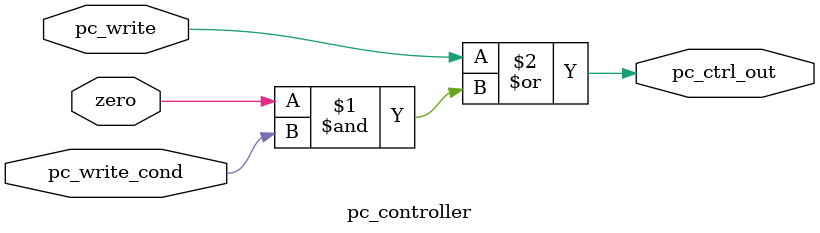
<source format=v>
`timescale 1 ns / 1 ns
module pc_controller(pc_write, zero, pc_write_cond, pc_ctrl_out);
    input pc_write, zero, pc_write_cond;
    output pc_ctrl_out;

    assign pc_ctrl_out = pc_write | (zero & pc_write_cond);
endmodule
</source>
